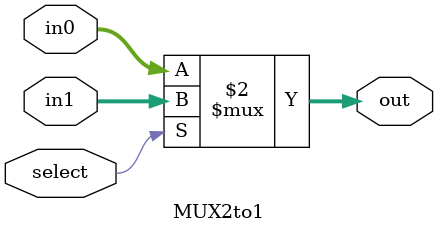
<source format=v>
module MUX2to1(in0,in1,select,out);
parameter N = 16;
input select;
input [N-1:0] in1, in0;
output reg [N-1:0] out;
always @(select,in0,in1)
begin
out = (select ?in1 : in0);
end
endmodule

</source>
